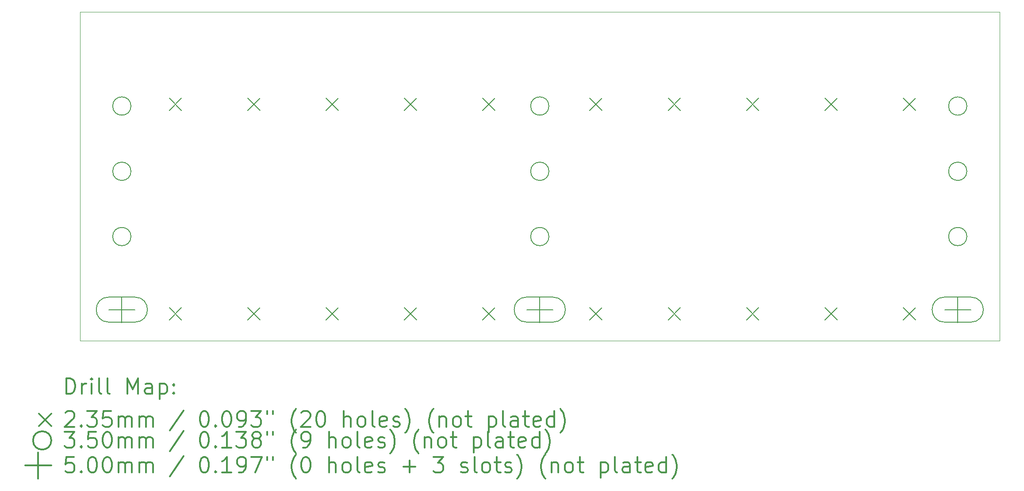
<source format=gbr>
%FSLAX45Y45*%
G04 Gerber Fmt 4.5, Leading zero omitted, Abs format (unit mm)*
G04 Created by KiCad (PCBNEW (5.1.9-16-g1737927814)-1) date 2021-07-03 16:47:47*
%MOMM*%
%LPD*%
G01*
G04 APERTURE LIST*
%TA.AperFunction,Profile*%
%ADD10C,0.100000*%
%TD*%
%ADD11C,0.200000*%
%ADD12C,0.300000*%
G04 APERTURE END LIST*
D10*
X3800000Y-4400000D02*
X3800000Y-10700000D01*
X21400000Y-4400000D02*
X3800000Y-4400000D01*
X21400000Y-10700000D02*
X21400000Y-4400000D01*
X3800000Y-10700000D02*
X21400000Y-10700000D01*
D11*
X5507500Y-6047500D02*
X5742500Y-6282500D01*
X5742500Y-6047500D02*
X5507500Y-6282500D01*
X5507500Y-10063500D02*
X5742500Y-10298500D01*
X5742500Y-10063500D02*
X5507500Y-10298500D01*
X7007500Y-6047500D02*
X7242500Y-6282500D01*
X7242500Y-6047500D02*
X7007500Y-6282500D01*
X7007500Y-10063500D02*
X7242500Y-10298500D01*
X7242500Y-10063500D02*
X7007500Y-10298500D01*
X8507500Y-6047500D02*
X8742500Y-6282500D01*
X8742500Y-6047500D02*
X8507500Y-6282500D01*
X8507500Y-10063500D02*
X8742500Y-10298500D01*
X8742500Y-10063500D02*
X8507500Y-10298500D01*
X10007500Y-6047500D02*
X10242500Y-6282500D01*
X10242500Y-6047500D02*
X10007500Y-6282500D01*
X10007500Y-10063500D02*
X10242500Y-10298500D01*
X10242500Y-10063500D02*
X10007500Y-10298500D01*
X11507500Y-6047500D02*
X11742500Y-6282500D01*
X11742500Y-6047500D02*
X11507500Y-6282500D01*
X11507500Y-10063500D02*
X11742500Y-10298500D01*
X11742500Y-10063500D02*
X11507500Y-10298500D01*
X13557500Y-6047500D02*
X13792500Y-6282500D01*
X13792500Y-6047500D02*
X13557500Y-6282500D01*
X13557500Y-10063500D02*
X13792500Y-10298500D01*
X13792500Y-10063500D02*
X13557500Y-10298500D01*
X15057500Y-6047500D02*
X15292500Y-6282500D01*
X15292500Y-6047500D02*
X15057500Y-6282500D01*
X15057500Y-10063500D02*
X15292500Y-10298500D01*
X15292500Y-10063500D02*
X15057500Y-10298500D01*
X16557500Y-6047500D02*
X16792500Y-6282500D01*
X16792500Y-6047500D02*
X16557500Y-6282500D01*
X16557500Y-10063500D02*
X16792500Y-10298500D01*
X16792500Y-10063500D02*
X16557500Y-10298500D01*
X18057500Y-6047500D02*
X18292500Y-6282500D01*
X18292500Y-6047500D02*
X18057500Y-6282500D01*
X18057500Y-10063500D02*
X18292500Y-10298500D01*
X18292500Y-10063500D02*
X18057500Y-10298500D01*
X19557500Y-6047500D02*
X19792500Y-6282500D01*
X19792500Y-6047500D02*
X19557500Y-6282500D01*
X19557500Y-10063500D02*
X19792500Y-10298500D01*
X19792500Y-10063500D02*
X19557500Y-10298500D01*
X4775000Y-6200000D02*
G75*
G03*
X4775000Y-6200000I-175000J0D01*
G01*
X4775000Y-7450000D02*
G75*
G03*
X4775000Y-7450000I-175000J0D01*
G01*
X4775000Y-8700000D02*
G75*
G03*
X4775000Y-8700000I-175000J0D01*
G01*
X12775000Y-6200000D02*
G75*
G03*
X12775000Y-6200000I-175000J0D01*
G01*
X12775000Y-7450000D02*
G75*
G03*
X12775000Y-7450000I-175000J0D01*
G01*
X12775000Y-8700000D02*
G75*
G03*
X12775000Y-8700000I-175000J0D01*
G01*
X20775000Y-6200000D02*
G75*
G03*
X20775000Y-6200000I-175000J0D01*
G01*
X20775000Y-7450000D02*
G75*
G03*
X20775000Y-7450000I-175000J0D01*
G01*
X20775000Y-8700000D02*
G75*
G03*
X20775000Y-8700000I-175000J0D01*
G01*
X4600000Y-9850000D02*
X4600000Y-10350000D01*
X4350000Y-10100000D02*
X4850000Y-10100000D01*
X4350000Y-10340000D02*
X4850000Y-10340000D01*
X4350000Y-9860000D02*
X4850000Y-9860000D01*
X4850000Y-10340000D02*
G75*
G03*
X4850000Y-9860000I0J240000D01*
G01*
X4350000Y-9860000D02*
G75*
G03*
X4350000Y-10340000I0J-240000D01*
G01*
X12600000Y-9850000D02*
X12600000Y-10350000D01*
X12350000Y-10100000D02*
X12850000Y-10100000D01*
X12350000Y-10340000D02*
X12850000Y-10340000D01*
X12350000Y-9860000D02*
X12850000Y-9860000D01*
X12850000Y-10340000D02*
G75*
G03*
X12850000Y-9860000I0J240000D01*
G01*
X12350000Y-9860000D02*
G75*
G03*
X12350000Y-10340000I0J-240000D01*
G01*
X20600000Y-9850000D02*
X20600000Y-10350000D01*
X20350000Y-10100000D02*
X20850000Y-10100000D01*
X20350000Y-10340000D02*
X20850000Y-10340000D01*
X20350000Y-9860000D02*
X20850000Y-9860000D01*
X20850000Y-10340000D02*
G75*
G03*
X20850000Y-9860000I0J240000D01*
G01*
X20350000Y-9860000D02*
G75*
G03*
X20350000Y-10340000I0J-240000D01*
G01*
D12*
X3536428Y-11715714D02*
X3536428Y-11415714D01*
X3607857Y-11415714D01*
X3650714Y-11430000D01*
X3679286Y-11458571D01*
X3693571Y-11487143D01*
X3707857Y-11544286D01*
X3707857Y-11587143D01*
X3693571Y-11644286D01*
X3679286Y-11672857D01*
X3650714Y-11701428D01*
X3607857Y-11715714D01*
X3536428Y-11715714D01*
X3836428Y-11715714D02*
X3836428Y-11515714D01*
X3836428Y-11572857D02*
X3850714Y-11544286D01*
X3865000Y-11530000D01*
X3893571Y-11515714D01*
X3922143Y-11515714D01*
X4022143Y-11715714D02*
X4022143Y-11515714D01*
X4022143Y-11415714D02*
X4007857Y-11430000D01*
X4022143Y-11444286D01*
X4036428Y-11430000D01*
X4022143Y-11415714D01*
X4022143Y-11444286D01*
X4207857Y-11715714D02*
X4179286Y-11701428D01*
X4165000Y-11672857D01*
X4165000Y-11415714D01*
X4365000Y-11715714D02*
X4336429Y-11701428D01*
X4322143Y-11672857D01*
X4322143Y-11415714D01*
X4707857Y-11715714D02*
X4707857Y-11415714D01*
X4807857Y-11630000D01*
X4907857Y-11415714D01*
X4907857Y-11715714D01*
X5179286Y-11715714D02*
X5179286Y-11558571D01*
X5165000Y-11530000D01*
X5136429Y-11515714D01*
X5079286Y-11515714D01*
X5050714Y-11530000D01*
X5179286Y-11701428D02*
X5150714Y-11715714D01*
X5079286Y-11715714D01*
X5050714Y-11701428D01*
X5036429Y-11672857D01*
X5036429Y-11644286D01*
X5050714Y-11615714D01*
X5079286Y-11601428D01*
X5150714Y-11601428D01*
X5179286Y-11587143D01*
X5322143Y-11515714D02*
X5322143Y-11815714D01*
X5322143Y-11530000D02*
X5350714Y-11515714D01*
X5407857Y-11515714D01*
X5436429Y-11530000D01*
X5450714Y-11544286D01*
X5465000Y-11572857D01*
X5465000Y-11658571D01*
X5450714Y-11687143D01*
X5436429Y-11701428D01*
X5407857Y-11715714D01*
X5350714Y-11715714D01*
X5322143Y-11701428D01*
X5593571Y-11687143D02*
X5607857Y-11701428D01*
X5593571Y-11715714D01*
X5579286Y-11701428D01*
X5593571Y-11687143D01*
X5593571Y-11715714D01*
X5593571Y-11530000D02*
X5607857Y-11544286D01*
X5593571Y-11558571D01*
X5579286Y-11544286D01*
X5593571Y-11530000D01*
X5593571Y-11558571D01*
X3015000Y-12092500D02*
X3250000Y-12327500D01*
X3250000Y-12092500D02*
X3015000Y-12327500D01*
X3522143Y-12074286D02*
X3536428Y-12060000D01*
X3565000Y-12045714D01*
X3636428Y-12045714D01*
X3665000Y-12060000D01*
X3679286Y-12074286D01*
X3693571Y-12102857D01*
X3693571Y-12131428D01*
X3679286Y-12174286D01*
X3507857Y-12345714D01*
X3693571Y-12345714D01*
X3822143Y-12317143D02*
X3836428Y-12331428D01*
X3822143Y-12345714D01*
X3807857Y-12331428D01*
X3822143Y-12317143D01*
X3822143Y-12345714D01*
X3936428Y-12045714D02*
X4122143Y-12045714D01*
X4022143Y-12160000D01*
X4065000Y-12160000D01*
X4093571Y-12174286D01*
X4107857Y-12188571D01*
X4122143Y-12217143D01*
X4122143Y-12288571D01*
X4107857Y-12317143D01*
X4093571Y-12331428D01*
X4065000Y-12345714D01*
X3979286Y-12345714D01*
X3950714Y-12331428D01*
X3936428Y-12317143D01*
X4393571Y-12045714D02*
X4250714Y-12045714D01*
X4236429Y-12188571D01*
X4250714Y-12174286D01*
X4279286Y-12160000D01*
X4350714Y-12160000D01*
X4379286Y-12174286D01*
X4393571Y-12188571D01*
X4407857Y-12217143D01*
X4407857Y-12288571D01*
X4393571Y-12317143D01*
X4379286Y-12331428D01*
X4350714Y-12345714D01*
X4279286Y-12345714D01*
X4250714Y-12331428D01*
X4236429Y-12317143D01*
X4536429Y-12345714D02*
X4536429Y-12145714D01*
X4536429Y-12174286D02*
X4550714Y-12160000D01*
X4579286Y-12145714D01*
X4622143Y-12145714D01*
X4650714Y-12160000D01*
X4665000Y-12188571D01*
X4665000Y-12345714D01*
X4665000Y-12188571D02*
X4679286Y-12160000D01*
X4707857Y-12145714D01*
X4750714Y-12145714D01*
X4779286Y-12160000D01*
X4793571Y-12188571D01*
X4793571Y-12345714D01*
X4936429Y-12345714D02*
X4936429Y-12145714D01*
X4936429Y-12174286D02*
X4950714Y-12160000D01*
X4979286Y-12145714D01*
X5022143Y-12145714D01*
X5050714Y-12160000D01*
X5065000Y-12188571D01*
X5065000Y-12345714D01*
X5065000Y-12188571D02*
X5079286Y-12160000D01*
X5107857Y-12145714D01*
X5150714Y-12145714D01*
X5179286Y-12160000D01*
X5193571Y-12188571D01*
X5193571Y-12345714D01*
X5779286Y-12031428D02*
X5522143Y-12417143D01*
X6165000Y-12045714D02*
X6193571Y-12045714D01*
X6222143Y-12060000D01*
X6236428Y-12074286D01*
X6250714Y-12102857D01*
X6265000Y-12160000D01*
X6265000Y-12231428D01*
X6250714Y-12288571D01*
X6236428Y-12317143D01*
X6222143Y-12331428D01*
X6193571Y-12345714D01*
X6165000Y-12345714D01*
X6136428Y-12331428D01*
X6122143Y-12317143D01*
X6107857Y-12288571D01*
X6093571Y-12231428D01*
X6093571Y-12160000D01*
X6107857Y-12102857D01*
X6122143Y-12074286D01*
X6136428Y-12060000D01*
X6165000Y-12045714D01*
X6393571Y-12317143D02*
X6407857Y-12331428D01*
X6393571Y-12345714D01*
X6379286Y-12331428D01*
X6393571Y-12317143D01*
X6393571Y-12345714D01*
X6593571Y-12045714D02*
X6622143Y-12045714D01*
X6650714Y-12060000D01*
X6665000Y-12074286D01*
X6679286Y-12102857D01*
X6693571Y-12160000D01*
X6693571Y-12231428D01*
X6679286Y-12288571D01*
X6665000Y-12317143D01*
X6650714Y-12331428D01*
X6622143Y-12345714D01*
X6593571Y-12345714D01*
X6565000Y-12331428D01*
X6550714Y-12317143D01*
X6536428Y-12288571D01*
X6522143Y-12231428D01*
X6522143Y-12160000D01*
X6536428Y-12102857D01*
X6550714Y-12074286D01*
X6565000Y-12060000D01*
X6593571Y-12045714D01*
X6836428Y-12345714D02*
X6893571Y-12345714D01*
X6922143Y-12331428D01*
X6936428Y-12317143D01*
X6965000Y-12274286D01*
X6979286Y-12217143D01*
X6979286Y-12102857D01*
X6965000Y-12074286D01*
X6950714Y-12060000D01*
X6922143Y-12045714D01*
X6865000Y-12045714D01*
X6836428Y-12060000D01*
X6822143Y-12074286D01*
X6807857Y-12102857D01*
X6807857Y-12174286D01*
X6822143Y-12202857D01*
X6836428Y-12217143D01*
X6865000Y-12231428D01*
X6922143Y-12231428D01*
X6950714Y-12217143D01*
X6965000Y-12202857D01*
X6979286Y-12174286D01*
X7079286Y-12045714D02*
X7265000Y-12045714D01*
X7165000Y-12160000D01*
X7207857Y-12160000D01*
X7236428Y-12174286D01*
X7250714Y-12188571D01*
X7265000Y-12217143D01*
X7265000Y-12288571D01*
X7250714Y-12317143D01*
X7236428Y-12331428D01*
X7207857Y-12345714D01*
X7122143Y-12345714D01*
X7093571Y-12331428D01*
X7079286Y-12317143D01*
X7379286Y-12045714D02*
X7379286Y-12102857D01*
X7493571Y-12045714D02*
X7493571Y-12102857D01*
X7936428Y-12460000D02*
X7922143Y-12445714D01*
X7893571Y-12402857D01*
X7879286Y-12374286D01*
X7865000Y-12331428D01*
X7850714Y-12260000D01*
X7850714Y-12202857D01*
X7865000Y-12131428D01*
X7879286Y-12088571D01*
X7893571Y-12060000D01*
X7922143Y-12017143D01*
X7936428Y-12002857D01*
X8036428Y-12074286D02*
X8050714Y-12060000D01*
X8079286Y-12045714D01*
X8150714Y-12045714D01*
X8179286Y-12060000D01*
X8193571Y-12074286D01*
X8207857Y-12102857D01*
X8207857Y-12131428D01*
X8193571Y-12174286D01*
X8022143Y-12345714D01*
X8207857Y-12345714D01*
X8393571Y-12045714D02*
X8422143Y-12045714D01*
X8450714Y-12060000D01*
X8465000Y-12074286D01*
X8479286Y-12102857D01*
X8493571Y-12160000D01*
X8493571Y-12231428D01*
X8479286Y-12288571D01*
X8465000Y-12317143D01*
X8450714Y-12331428D01*
X8422143Y-12345714D01*
X8393571Y-12345714D01*
X8365000Y-12331428D01*
X8350714Y-12317143D01*
X8336428Y-12288571D01*
X8322143Y-12231428D01*
X8322143Y-12160000D01*
X8336428Y-12102857D01*
X8350714Y-12074286D01*
X8365000Y-12060000D01*
X8393571Y-12045714D01*
X8850714Y-12345714D02*
X8850714Y-12045714D01*
X8979286Y-12345714D02*
X8979286Y-12188571D01*
X8965000Y-12160000D01*
X8936429Y-12145714D01*
X8893571Y-12145714D01*
X8865000Y-12160000D01*
X8850714Y-12174286D01*
X9165000Y-12345714D02*
X9136429Y-12331428D01*
X9122143Y-12317143D01*
X9107857Y-12288571D01*
X9107857Y-12202857D01*
X9122143Y-12174286D01*
X9136429Y-12160000D01*
X9165000Y-12145714D01*
X9207857Y-12145714D01*
X9236429Y-12160000D01*
X9250714Y-12174286D01*
X9265000Y-12202857D01*
X9265000Y-12288571D01*
X9250714Y-12317143D01*
X9236429Y-12331428D01*
X9207857Y-12345714D01*
X9165000Y-12345714D01*
X9436429Y-12345714D02*
X9407857Y-12331428D01*
X9393571Y-12302857D01*
X9393571Y-12045714D01*
X9665000Y-12331428D02*
X9636429Y-12345714D01*
X9579286Y-12345714D01*
X9550714Y-12331428D01*
X9536429Y-12302857D01*
X9536429Y-12188571D01*
X9550714Y-12160000D01*
X9579286Y-12145714D01*
X9636429Y-12145714D01*
X9665000Y-12160000D01*
X9679286Y-12188571D01*
X9679286Y-12217143D01*
X9536429Y-12245714D01*
X9793571Y-12331428D02*
X9822143Y-12345714D01*
X9879286Y-12345714D01*
X9907857Y-12331428D01*
X9922143Y-12302857D01*
X9922143Y-12288571D01*
X9907857Y-12260000D01*
X9879286Y-12245714D01*
X9836429Y-12245714D01*
X9807857Y-12231428D01*
X9793571Y-12202857D01*
X9793571Y-12188571D01*
X9807857Y-12160000D01*
X9836429Y-12145714D01*
X9879286Y-12145714D01*
X9907857Y-12160000D01*
X10022143Y-12460000D02*
X10036429Y-12445714D01*
X10065000Y-12402857D01*
X10079286Y-12374286D01*
X10093571Y-12331428D01*
X10107857Y-12260000D01*
X10107857Y-12202857D01*
X10093571Y-12131428D01*
X10079286Y-12088571D01*
X10065000Y-12060000D01*
X10036429Y-12017143D01*
X10022143Y-12002857D01*
X10565000Y-12460000D02*
X10550714Y-12445714D01*
X10522143Y-12402857D01*
X10507857Y-12374286D01*
X10493571Y-12331428D01*
X10479286Y-12260000D01*
X10479286Y-12202857D01*
X10493571Y-12131428D01*
X10507857Y-12088571D01*
X10522143Y-12060000D01*
X10550714Y-12017143D01*
X10565000Y-12002857D01*
X10679286Y-12145714D02*
X10679286Y-12345714D01*
X10679286Y-12174286D02*
X10693571Y-12160000D01*
X10722143Y-12145714D01*
X10765000Y-12145714D01*
X10793571Y-12160000D01*
X10807857Y-12188571D01*
X10807857Y-12345714D01*
X10993571Y-12345714D02*
X10965000Y-12331428D01*
X10950714Y-12317143D01*
X10936429Y-12288571D01*
X10936429Y-12202857D01*
X10950714Y-12174286D01*
X10965000Y-12160000D01*
X10993571Y-12145714D01*
X11036429Y-12145714D01*
X11065000Y-12160000D01*
X11079286Y-12174286D01*
X11093571Y-12202857D01*
X11093571Y-12288571D01*
X11079286Y-12317143D01*
X11065000Y-12331428D01*
X11036429Y-12345714D01*
X10993571Y-12345714D01*
X11179286Y-12145714D02*
X11293571Y-12145714D01*
X11222143Y-12045714D02*
X11222143Y-12302857D01*
X11236428Y-12331428D01*
X11265000Y-12345714D01*
X11293571Y-12345714D01*
X11622143Y-12145714D02*
X11622143Y-12445714D01*
X11622143Y-12160000D02*
X11650714Y-12145714D01*
X11707857Y-12145714D01*
X11736428Y-12160000D01*
X11750714Y-12174286D01*
X11765000Y-12202857D01*
X11765000Y-12288571D01*
X11750714Y-12317143D01*
X11736428Y-12331428D01*
X11707857Y-12345714D01*
X11650714Y-12345714D01*
X11622143Y-12331428D01*
X11936428Y-12345714D02*
X11907857Y-12331428D01*
X11893571Y-12302857D01*
X11893571Y-12045714D01*
X12179286Y-12345714D02*
X12179286Y-12188571D01*
X12165000Y-12160000D01*
X12136428Y-12145714D01*
X12079286Y-12145714D01*
X12050714Y-12160000D01*
X12179286Y-12331428D02*
X12150714Y-12345714D01*
X12079286Y-12345714D01*
X12050714Y-12331428D01*
X12036428Y-12302857D01*
X12036428Y-12274286D01*
X12050714Y-12245714D01*
X12079286Y-12231428D01*
X12150714Y-12231428D01*
X12179286Y-12217143D01*
X12279286Y-12145714D02*
X12393571Y-12145714D01*
X12322143Y-12045714D02*
X12322143Y-12302857D01*
X12336428Y-12331428D01*
X12365000Y-12345714D01*
X12393571Y-12345714D01*
X12607857Y-12331428D02*
X12579286Y-12345714D01*
X12522143Y-12345714D01*
X12493571Y-12331428D01*
X12479286Y-12302857D01*
X12479286Y-12188571D01*
X12493571Y-12160000D01*
X12522143Y-12145714D01*
X12579286Y-12145714D01*
X12607857Y-12160000D01*
X12622143Y-12188571D01*
X12622143Y-12217143D01*
X12479286Y-12245714D01*
X12879286Y-12345714D02*
X12879286Y-12045714D01*
X12879286Y-12331428D02*
X12850714Y-12345714D01*
X12793571Y-12345714D01*
X12765000Y-12331428D01*
X12750714Y-12317143D01*
X12736428Y-12288571D01*
X12736428Y-12202857D01*
X12750714Y-12174286D01*
X12765000Y-12160000D01*
X12793571Y-12145714D01*
X12850714Y-12145714D01*
X12879286Y-12160000D01*
X12993571Y-12460000D02*
X13007857Y-12445714D01*
X13036428Y-12402857D01*
X13050714Y-12374286D01*
X13065000Y-12331428D01*
X13079286Y-12260000D01*
X13079286Y-12202857D01*
X13065000Y-12131428D01*
X13050714Y-12088571D01*
X13036428Y-12060000D01*
X13007857Y-12017143D01*
X12993571Y-12002857D01*
X3250000Y-12606000D02*
G75*
G03*
X3250000Y-12606000I-175000J0D01*
G01*
X3507857Y-12441714D02*
X3693571Y-12441714D01*
X3593571Y-12556000D01*
X3636428Y-12556000D01*
X3665000Y-12570286D01*
X3679286Y-12584571D01*
X3693571Y-12613143D01*
X3693571Y-12684571D01*
X3679286Y-12713143D01*
X3665000Y-12727428D01*
X3636428Y-12741714D01*
X3550714Y-12741714D01*
X3522143Y-12727428D01*
X3507857Y-12713143D01*
X3822143Y-12713143D02*
X3836428Y-12727428D01*
X3822143Y-12741714D01*
X3807857Y-12727428D01*
X3822143Y-12713143D01*
X3822143Y-12741714D01*
X4107857Y-12441714D02*
X3965000Y-12441714D01*
X3950714Y-12584571D01*
X3965000Y-12570286D01*
X3993571Y-12556000D01*
X4065000Y-12556000D01*
X4093571Y-12570286D01*
X4107857Y-12584571D01*
X4122143Y-12613143D01*
X4122143Y-12684571D01*
X4107857Y-12713143D01*
X4093571Y-12727428D01*
X4065000Y-12741714D01*
X3993571Y-12741714D01*
X3965000Y-12727428D01*
X3950714Y-12713143D01*
X4307857Y-12441714D02*
X4336429Y-12441714D01*
X4365000Y-12456000D01*
X4379286Y-12470286D01*
X4393571Y-12498857D01*
X4407857Y-12556000D01*
X4407857Y-12627428D01*
X4393571Y-12684571D01*
X4379286Y-12713143D01*
X4365000Y-12727428D01*
X4336429Y-12741714D01*
X4307857Y-12741714D01*
X4279286Y-12727428D01*
X4265000Y-12713143D01*
X4250714Y-12684571D01*
X4236429Y-12627428D01*
X4236429Y-12556000D01*
X4250714Y-12498857D01*
X4265000Y-12470286D01*
X4279286Y-12456000D01*
X4307857Y-12441714D01*
X4536429Y-12741714D02*
X4536429Y-12541714D01*
X4536429Y-12570286D02*
X4550714Y-12556000D01*
X4579286Y-12541714D01*
X4622143Y-12541714D01*
X4650714Y-12556000D01*
X4665000Y-12584571D01*
X4665000Y-12741714D01*
X4665000Y-12584571D02*
X4679286Y-12556000D01*
X4707857Y-12541714D01*
X4750714Y-12541714D01*
X4779286Y-12556000D01*
X4793571Y-12584571D01*
X4793571Y-12741714D01*
X4936429Y-12741714D02*
X4936429Y-12541714D01*
X4936429Y-12570286D02*
X4950714Y-12556000D01*
X4979286Y-12541714D01*
X5022143Y-12541714D01*
X5050714Y-12556000D01*
X5065000Y-12584571D01*
X5065000Y-12741714D01*
X5065000Y-12584571D02*
X5079286Y-12556000D01*
X5107857Y-12541714D01*
X5150714Y-12541714D01*
X5179286Y-12556000D01*
X5193571Y-12584571D01*
X5193571Y-12741714D01*
X5779286Y-12427428D02*
X5522143Y-12813143D01*
X6165000Y-12441714D02*
X6193571Y-12441714D01*
X6222143Y-12456000D01*
X6236428Y-12470286D01*
X6250714Y-12498857D01*
X6265000Y-12556000D01*
X6265000Y-12627428D01*
X6250714Y-12684571D01*
X6236428Y-12713143D01*
X6222143Y-12727428D01*
X6193571Y-12741714D01*
X6165000Y-12741714D01*
X6136428Y-12727428D01*
X6122143Y-12713143D01*
X6107857Y-12684571D01*
X6093571Y-12627428D01*
X6093571Y-12556000D01*
X6107857Y-12498857D01*
X6122143Y-12470286D01*
X6136428Y-12456000D01*
X6165000Y-12441714D01*
X6393571Y-12713143D02*
X6407857Y-12727428D01*
X6393571Y-12741714D01*
X6379286Y-12727428D01*
X6393571Y-12713143D01*
X6393571Y-12741714D01*
X6693571Y-12741714D02*
X6522143Y-12741714D01*
X6607857Y-12741714D02*
X6607857Y-12441714D01*
X6579286Y-12484571D01*
X6550714Y-12513143D01*
X6522143Y-12527428D01*
X6793571Y-12441714D02*
X6979286Y-12441714D01*
X6879286Y-12556000D01*
X6922143Y-12556000D01*
X6950714Y-12570286D01*
X6965000Y-12584571D01*
X6979286Y-12613143D01*
X6979286Y-12684571D01*
X6965000Y-12713143D01*
X6950714Y-12727428D01*
X6922143Y-12741714D01*
X6836428Y-12741714D01*
X6807857Y-12727428D01*
X6793571Y-12713143D01*
X7150714Y-12570286D02*
X7122143Y-12556000D01*
X7107857Y-12541714D01*
X7093571Y-12513143D01*
X7093571Y-12498857D01*
X7107857Y-12470286D01*
X7122143Y-12456000D01*
X7150714Y-12441714D01*
X7207857Y-12441714D01*
X7236428Y-12456000D01*
X7250714Y-12470286D01*
X7265000Y-12498857D01*
X7265000Y-12513143D01*
X7250714Y-12541714D01*
X7236428Y-12556000D01*
X7207857Y-12570286D01*
X7150714Y-12570286D01*
X7122143Y-12584571D01*
X7107857Y-12598857D01*
X7093571Y-12627428D01*
X7093571Y-12684571D01*
X7107857Y-12713143D01*
X7122143Y-12727428D01*
X7150714Y-12741714D01*
X7207857Y-12741714D01*
X7236428Y-12727428D01*
X7250714Y-12713143D01*
X7265000Y-12684571D01*
X7265000Y-12627428D01*
X7250714Y-12598857D01*
X7236428Y-12584571D01*
X7207857Y-12570286D01*
X7379286Y-12441714D02*
X7379286Y-12498857D01*
X7493571Y-12441714D02*
X7493571Y-12498857D01*
X7936428Y-12856000D02*
X7922143Y-12841714D01*
X7893571Y-12798857D01*
X7879286Y-12770286D01*
X7865000Y-12727428D01*
X7850714Y-12656000D01*
X7850714Y-12598857D01*
X7865000Y-12527428D01*
X7879286Y-12484571D01*
X7893571Y-12456000D01*
X7922143Y-12413143D01*
X7936428Y-12398857D01*
X8065000Y-12741714D02*
X8122143Y-12741714D01*
X8150714Y-12727428D01*
X8165000Y-12713143D01*
X8193571Y-12670286D01*
X8207857Y-12613143D01*
X8207857Y-12498857D01*
X8193571Y-12470286D01*
X8179286Y-12456000D01*
X8150714Y-12441714D01*
X8093571Y-12441714D01*
X8065000Y-12456000D01*
X8050714Y-12470286D01*
X8036428Y-12498857D01*
X8036428Y-12570286D01*
X8050714Y-12598857D01*
X8065000Y-12613143D01*
X8093571Y-12627428D01*
X8150714Y-12627428D01*
X8179286Y-12613143D01*
X8193571Y-12598857D01*
X8207857Y-12570286D01*
X8565000Y-12741714D02*
X8565000Y-12441714D01*
X8693571Y-12741714D02*
X8693571Y-12584571D01*
X8679286Y-12556000D01*
X8650714Y-12541714D01*
X8607857Y-12541714D01*
X8579286Y-12556000D01*
X8565000Y-12570286D01*
X8879286Y-12741714D02*
X8850714Y-12727428D01*
X8836429Y-12713143D01*
X8822143Y-12684571D01*
X8822143Y-12598857D01*
X8836429Y-12570286D01*
X8850714Y-12556000D01*
X8879286Y-12541714D01*
X8922143Y-12541714D01*
X8950714Y-12556000D01*
X8965000Y-12570286D01*
X8979286Y-12598857D01*
X8979286Y-12684571D01*
X8965000Y-12713143D01*
X8950714Y-12727428D01*
X8922143Y-12741714D01*
X8879286Y-12741714D01*
X9150714Y-12741714D02*
X9122143Y-12727428D01*
X9107857Y-12698857D01*
X9107857Y-12441714D01*
X9379286Y-12727428D02*
X9350714Y-12741714D01*
X9293571Y-12741714D01*
X9265000Y-12727428D01*
X9250714Y-12698857D01*
X9250714Y-12584571D01*
X9265000Y-12556000D01*
X9293571Y-12541714D01*
X9350714Y-12541714D01*
X9379286Y-12556000D01*
X9393571Y-12584571D01*
X9393571Y-12613143D01*
X9250714Y-12641714D01*
X9507857Y-12727428D02*
X9536429Y-12741714D01*
X9593571Y-12741714D01*
X9622143Y-12727428D01*
X9636429Y-12698857D01*
X9636429Y-12684571D01*
X9622143Y-12656000D01*
X9593571Y-12641714D01*
X9550714Y-12641714D01*
X9522143Y-12627428D01*
X9507857Y-12598857D01*
X9507857Y-12584571D01*
X9522143Y-12556000D01*
X9550714Y-12541714D01*
X9593571Y-12541714D01*
X9622143Y-12556000D01*
X9736429Y-12856000D02*
X9750714Y-12841714D01*
X9779286Y-12798857D01*
X9793571Y-12770286D01*
X9807857Y-12727428D01*
X9822143Y-12656000D01*
X9822143Y-12598857D01*
X9807857Y-12527428D01*
X9793571Y-12484571D01*
X9779286Y-12456000D01*
X9750714Y-12413143D01*
X9736429Y-12398857D01*
X10279286Y-12856000D02*
X10265000Y-12841714D01*
X10236429Y-12798857D01*
X10222143Y-12770286D01*
X10207857Y-12727428D01*
X10193571Y-12656000D01*
X10193571Y-12598857D01*
X10207857Y-12527428D01*
X10222143Y-12484571D01*
X10236429Y-12456000D01*
X10265000Y-12413143D01*
X10279286Y-12398857D01*
X10393571Y-12541714D02*
X10393571Y-12741714D01*
X10393571Y-12570286D02*
X10407857Y-12556000D01*
X10436429Y-12541714D01*
X10479286Y-12541714D01*
X10507857Y-12556000D01*
X10522143Y-12584571D01*
X10522143Y-12741714D01*
X10707857Y-12741714D02*
X10679286Y-12727428D01*
X10665000Y-12713143D01*
X10650714Y-12684571D01*
X10650714Y-12598857D01*
X10665000Y-12570286D01*
X10679286Y-12556000D01*
X10707857Y-12541714D01*
X10750714Y-12541714D01*
X10779286Y-12556000D01*
X10793571Y-12570286D01*
X10807857Y-12598857D01*
X10807857Y-12684571D01*
X10793571Y-12713143D01*
X10779286Y-12727428D01*
X10750714Y-12741714D01*
X10707857Y-12741714D01*
X10893571Y-12541714D02*
X11007857Y-12541714D01*
X10936429Y-12441714D02*
X10936429Y-12698857D01*
X10950714Y-12727428D01*
X10979286Y-12741714D01*
X11007857Y-12741714D01*
X11336428Y-12541714D02*
X11336428Y-12841714D01*
X11336428Y-12556000D02*
X11365000Y-12541714D01*
X11422143Y-12541714D01*
X11450714Y-12556000D01*
X11465000Y-12570286D01*
X11479286Y-12598857D01*
X11479286Y-12684571D01*
X11465000Y-12713143D01*
X11450714Y-12727428D01*
X11422143Y-12741714D01*
X11365000Y-12741714D01*
X11336428Y-12727428D01*
X11650714Y-12741714D02*
X11622143Y-12727428D01*
X11607857Y-12698857D01*
X11607857Y-12441714D01*
X11893571Y-12741714D02*
X11893571Y-12584571D01*
X11879286Y-12556000D01*
X11850714Y-12541714D01*
X11793571Y-12541714D01*
X11765000Y-12556000D01*
X11893571Y-12727428D02*
X11865000Y-12741714D01*
X11793571Y-12741714D01*
X11765000Y-12727428D01*
X11750714Y-12698857D01*
X11750714Y-12670286D01*
X11765000Y-12641714D01*
X11793571Y-12627428D01*
X11865000Y-12627428D01*
X11893571Y-12613143D01*
X11993571Y-12541714D02*
X12107857Y-12541714D01*
X12036428Y-12441714D02*
X12036428Y-12698857D01*
X12050714Y-12727428D01*
X12079286Y-12741714D01*
X12107857Y-12741714D01*
X12322143Y-12727428D02*
X12293571Y-12741714D01*
X12236428Y-12741714D01*
X12207857Y-12727428D01*
X12193571Y-12698857D01*
X12193571Y-12584571D01*
X12207857Y-12556000D01*
X12236428Y-12541714D01*
X12293571Y-12541714D01*
X12322143Y-12556000D01*
X12336428Y-12584571D01*
X12336428Y-12613143D01*
X12193571Y-12641714D01*
X12593571Y-12741714D02*
X12593571Y-12441714D01*
X12593571Y-12727428D02*
X12565000Y-12741714D01*
X12507857Y-12741714D01*
X12479286Y-12727428D01*
X12465000Y-12713143D01*
X12450714Y-12684571D01*
X12450714Y-12598857D01*
X12465000Y-12570286D01*
X12479286Y-12556000D01*
X12507857Y-12541714D01*
X12565000Y-12541714D01*
X12593571Y-12556000D01*
X12707857Y-12856000D02*
X12722143Y-12841714D01*
X12750714Y-12798857D01*
X12765000Y-12770286D01*
X12779286Y-12727428D01*
X12793571Y-12656000D01*
X12793571Y-12598857D01*
X12779286Y-12527428D01*
X12765000Y-12484571D01*
X12750714Y-12456000D01*
X12722143Y-12413143D01*
X12707857Y-12398857D01*
X3000000Y-12836000D02*
X3000000Y-13336000D01*
X2750000Y-13086000D02*
X3250000Y-13086000D01*
X3679286Y-12921714D02*
X3536428Y-12921714D01*
X3522143Y-13064571D01*
X3536428Y-13050286D01*
X3565000Y-13036000D01*
X3636428Y-13036000D01*
X3665000Y-13050286D01*
X3679286Y-13064571D01*
X3693571Y-13093143D01*
X3693571Y-13164571D01*
X3679286Y-13193143D01*
X3665000Y-13207428D01*
X3636428Y-13221714D01*
X3565000Y-13221714D01*
X3536428Y-13207428D01*
X3522143Y-13193143D01*
X3822143Y-13193143D02*
X3836428Y-13207428D01*
X3822143Y-13221714D01*
X3807857Y-13207428D01*
X3822143Y-13193143D01*
X3822143Y-13221714D01*
X4022143Y-12921714D02*
X4050714Y-12921714D01*
X4079286Y-12936000D01*
X4093571Y-12950286D01*
X4107857Y-12978857D01*
X4122143Y-13036000D01*
X4122143Y-13107428D01*
X4107857Y-13164571D01*
X4093571Y-13193143D01*
X4079286Y-13207428D01*
X4050714Y-13221714D01*
X4022143Y-13221714D01*
X3993571Y-13207428D01*
X3979286Y-13193143D01*
X3965000Y-13164571D01*
X3950714Y-13107428D01*
X3950714Y-13036000D01*
X3965000Y-12978857D01*
X3979286Y-12950286D01*
X3993571Y-12936000D01*
X4022143Y-12921714D01*
X4307857Y-12921714D02*
X4336429Y-12921714D01*
X4365000Y-12936000D01*
X4379286Y-12950286D01*
X4393571Y-12978857D01*
X4407857Y-13036000D01*
X4407857Y-13107428D01*
X4393571Y-13164571D01*
X4379286Y-13193143D01*
X4365000Y-13207428D01*
X4336429Y-13221714D01*
X4307857Y-13221714D01*
X4279286Y-13207428D01*
X4265000Y-13193143D01*
X4250714Y-13164571D01*
X4236429Y-13107428D01*
X4236429Y-13036000D01*
X4250714Y-12978857D01*
X4265000Y-12950286D01*
X4279286Y-12936000D01*
X4307857Y-12921714D01*
X4536429Y-13221714D02*
X4536429Y-13021714D01*
X4536429Y-13050286D02*
X4550714Y-13036000D01*
X4579286Y-13021714D01*
X4622143Y-13021714D01*
X4650714Y-13036000D01*
X4665000Y-13064571D01*
X4665000Y-13221714D01*
X4665000Y-13064571D02*
X4679286Y-13036000D01*
X4707857Y-13021714D01*
X4750714Y-13021714D01*
X4779286Y-13036000D01*
X4793571Y-13064571D01*
X4793571Y-13221714D01*
X4936429Y-13221714D02*
X4936429Y-13021714D01*
X4936429Y-13050286D02*
X4950714Y-13036000D01*
X4979286Y-13021714D01*
X5022143Y-13021714D01*
X5050714Y-13036000D01*
X5065000Y-13064571D01*
X5065000Y-13221714D01*
X5065000Y-13064571D02*
X5079286Y-13036000D01*
X5107857Y-13021714D01*
X5150714Y-13021714D01*
X5179286Y-13036000D01*
X5193571Y-13064571D01*
X5193571Y-13221714D01*
X5779286Y-12907428D02*
X5522143Y-13293143D01*
X6165000Y-12921714D02*
X6193571Y-12921714D01*
X6222143Y-12936000D01*
X6236428Y-12950286D01*
X6250714Y-12978857D01*
X6265000Y-13036000D01*
X6265000Y-13107428D01*
X6250714Y-13164571D01*
X6236428Y-13193143D01*
X6222143Y-13207428D01*
X6193571Y-13221714D01*
X6165000Y-13221714D01*
X6136428Y-13207428D01*
X6122143Y-13193143D01*
X6107857Y-13164571D01*
X6093571Y-13107428D01*
X6093571Y-13036000D01*
X6107857Y-12978857D01*
X6122143Y-12950286D01*
X6136428Y-12936000D01*
X6165000Y-12921714D01*
X6393571Y-13193143D02*
X6407857Y-13207428D01*
X6393571Y-13221714D01*
X6379286Y-13207428D01*
X6393571Y-13193143D01*
X6393571Y-13221714D01*
X6693571Y-13221714D02*
X6522143Y-13221714D01*
X6607857Y-13221714D02*
X6607857Y-12921714D01*
X6579286Y-12964571D01*
X6550714Y-12993143D01*
X6522143Y-13007428D01*
X6836428Y-13221714D02*
X6893571Y-13221714D01*
X6922143Y-13207428D01*
X6936428Y-13193143D01*
X6965000Y-13150286D01*
X6979286Y-13093143D01*
X6979286Y-12978857D01*
X6965000Y-12950286D01*
X6950714Y-12936000D01*
X6922143Y-12921714D01*
X6865000Y-12921714D01*
X6836428Y-12936000D01*
X6822143Y-12950286D01*
X6807857Y-12978857D01*
X6807857Y-13050286D01*
X6822143Y-13078857D01*
X6836428Y-13093143D01*
X6865000Y-13107428D01*
X6922143Y-13107428D01*
X6950714Y-13093143D01*
X6965000Y-13078857D01*
X6979286Y-13050286D01*
X7079286Y-12921714D02*
X7279286Y-12921714D01*
X7150714Y-13221714D01*
X7379286Y-12921714D02*
X7379286Y-12978857D01*
X7493571Y-12921714D02*
X7493571Y-12978857D01*
X7936428Y-13336000D02*
X7922143Y-13321714D01*
X7893571Y-13278857D01*
X7879286Y-13250286D01*
X7865000Y-13207428D01*
X7850714Y-13136000D01*
X7850714Y-13078857D01*
X7865000Y-13007428D01*
X7879286Y-12964571D01*
X7893571Y-12936000D01*
X7922143Y-12893143D01*
X7936428Y-12878857D01*
X8107857Y-12921714D02*
X8136428Y-12921714D01*
X8165000Y-12936000D01*
X8179286Y-12950286D01*
X8193571Y-12978857D01*
X8207857Y-13036000D01*
X8207857Y-13107428D01*
X8193571Y-13164571D01*
X8179286Y-13193143D01*
X8165000Y-13207428D01*
X8136428Y-13221714D01*
X8107857Y-13221714D01*
X8079286Y-13207428D01*
X8065000Y-13193143D01*
X8050714Y-13164571D01*
X8036428Y-13107428D01*
X8036428Y-13036000D01*
X8050714Y-12978857D01*
X8065000Y-12950286D01*
X8079286Y-12936000D01*
X8107857Y-12921714D01*
X8565000Y-13221714D02*
X8565000Y-12921714D01*
X8693571Y-13221714D02*
X8693571Y-13064571D01*
X8679286Y-13036000D01*
X8650714Y-13021714D01*
X8607857Y-13021714D01*
X8579286Y-13036000D01*
X8565000Y-13050286D01*
X8879286Y-13221714D02*
X8850714Y-13207428D01*
X8836429Y-13193143D01*
X8822143Y-13164571D01*
X8822143Y-13078857D01*
X8836429Y-13050286D01*
X8850714Y-13036000D01*
X8879286Y-13021714D01*
X8922143Y-13021714D01*
X8950714Y-13036000D01*
X8965000Y-13050286D01*
X8979286Y-13078857D01*
X8979286Y-13164571D01*
X8965000Y-13193143D01*
X8950714Y-13207428D01*
X8922143Y-13221714D01*
X8879286Y-13221714D01*
X9150714Y-13221714D02*
X9122143Y-13207428D01*
X9107857Y-13178857D01*
X9107857Y-12921714D01*
X9379286Y-13207428D02*
X9350714Y-13221714D01*
X9293571Y-13221714D01*
X9265000Y-13207428D01*
X9250714Y-13178857D01*
X9250714Y-13064571D01*
X9265000Y-13036000D01*
X9293571Y-13021714D01*
X9350714Y-13021714D01*
X9379286Y-13036000D01*
X9393571Y-13064571D01*
X9393571Y-13093143D01*
X9250714Y-13121714D01*
X9507857Y-13207428D02*
X9536429Y-13221714D01*
X9593571Y-13221714D01*
X9622143Y-13207428D01*
X9636429Y-13178857D01*
X9636429Y-13164571D01*
X9622143Y-13136000D01*
X9593571Y-13121714D01*
X9550714Y-13121714D01*
X9522143Y-13107428D01*
X9507857Y-13078857D01*
X9507857Y-13064571D01*
X9522143Y-13036000D01*
X9550714Y-13021714D01*
X9593571Y-13021714D01*
X9622143Y-13036000D01*
X9993571Y-13107428D02*
X10222143Y-13107428D01*
X10107857Y-13221714D02*
X10107857Y-12993143D01*
X10565000Y-12921714D02*
X10750714Y-12921714D01*
X10650714Y-13036000D01*
X10693571Y-13036000D01*
X10722143Y-13050286D01*
X10736429Y-13064571D01*
X10750714Y-13093143D01*
X10750714Y-13164571D01*
X10736429Y-13193143D01*
X10722143Y-13207428D01*
X10693571Y-13221714D01*
X10607857Y-13221714D01*
X10579286Y-13207428D01*
X10565000Y-13193143D01*
X11093571Y-13207428D02*
X11122143Y-13221714D01*
X11179286Y-13221714D01*
X11207857Y-13207428D01*
X11222143Y-13178857D01*
X11222143Y-13164571D01*
X11207857Y-13136000D01*
X11179286Y-13121714D01*
X11136429Y-13121714D01*
X11107857Y-13107428D01*
X11093571Y-13078857D01*
X11093571Y-13064571D01*
X11107857Y-13036000D01*
X11136429Y-13021714D01*
X11179286Y-13021714D01*
X11207857Y-13036000D01*
X11393571Y-13221714D02*
X11365000Y-13207428D01*
X11350714Y-13178857D01*
X11350714Y-12921714D01*
X11550714Y-13221714D02*
X11522143Y-13207428D01*
X11507857Y-13193143D01*
X11493571Y-13164571D01*
X11493571Y-13078857D01*
X11507857Y-13050286D01*
X11522143Y-13036000D01*
X11550714Y-13021714D01*
X11593571Y-13021714D01*
X11622143Y-13036000D01*
X11636428Y-13050286D01*
X11650714Y-13078857D01*
X11650714Y-13164571D01*
X11636428Y-13193143D01*
X11622143Y-13207428D01*
X11593571Y-13221714D01*
X11550714Y-13221714D01*
X11736428Y-13021714D02*
X11850714Y-13021714D01*
X11779286Y-12921714D02*
X11779286Y-13178857D01*
X11793571Y-13207428D01*
X11822143Y-13221714D01*
X11850714Y-13221714D01*
X11936428Y-13207428D02*
X11965000Y-13221714D01*
X12022143Y-13221714D01*
X12050714Y-13207428D01*
X12065000Y-13178857D01*
X12065000Y-13164571D01*
X12050714Y-13136000D01*
X12022143Y-13121714D01*
X11979286Y-13121714D01*
X11950714Y-13107428D01*
X11936428Y-13078857D01*
X11936428Y-13064571D01*
X11950714Y-13036000D01*
X11979286Y-13021714D01*
X12022143Y-13021714D01*
X12050714Y-13036000D01*
X12165000Y-13336000D02*
X12179286Y-13321714D01*
X12207857Y-13278857D01*
X12222143Y-13250286D01*
X12236428Y-13207428D01*
X12250714Y-13136000D01*
X12250714Y-13078857D01*
X12236428Y-13007428D01*
X12222143Y-12964571D01*
X12207857Y-12936000D01*
X12179286Y-12893143D01*
X12165000Y-12878857D01*
X12707857Y-13336000D02*
X12693571Y-13321714D01*
X12665000Y-13278857D01*
X12650714Y-13250286D01*
X12636428Y-13207428D01*
X12622143Y-13136000D01*
X12622143Y-13078857D01*
X12636428Y-13007428D01*
X12650714Y-12964571D01*
X12665000Y-12936000D01*
X12693571Y-12893143D01*
X12707857Y-12878857D01*
X12822143Y-13021714D02*
X12822143Y-13221714D01*
X12822143Y-13050286D02*
X12836428Y-13036000D01*
X12865000Y-13021714D01*
X12907857Y-13021714D01*
X12936428Y-13036000D01*
X12950714Y-13064571D01*
X12950714Y-13221714D01*
X13136428Y-13221714D02*
X13107857Y-13207428D01*
X13093571Y-13193143D01*
X13079286Y-13164571D01*
X13079286Y-13078857D01*
X13093571Y-13050286D01*
X13107857Y-13036000D01*
X13136428Y-13021714D01*
X13179286Y-13021714D01*
X13207857Y-13036000D01*
X13222143Y-13050286D01*
X13236428Y-13078857D01*
X13236428Y-13164571D01*
X13222143Y-13193143D01*
X13207857Y-13207428D01*
X13179286Y-13221714D01*
X13136428Y-13221714D01*
X13322143Y-13021714D02*
X13436428Y-13021714D01*
X13365000Y-12921714D02*
X13365000Y-13178857D01*
X13379286Y-13207428D01*
X13407857Y-13221714D01*
X13436428Y-13221714D01*
X13765000Y-13021714D02*
X13765000Y-13321714D01*
X13765000Y-13036000D02*
X13793571Y-13021714D01*
X13850714Y-13021714D01*
X13879286Y-13036000D01*
X13893571Y-13050286D01*
X13907857Y-13078857D01*
X13907857Y-13164571D01*
X13893571Y-13193143D01*
X13879286Y-13207428D01*
X13850714Y-13221714D01*
X13793571Y-13221714D01*
X13765000Y-13207428D01*
X14079286Y-13221714D02*
X14050714Y-13207428D01*
X14036428Y-13178857D01*
X14036428Y-12921714D01*
X14322143Y-13221714D02*
X14322143Y-13064571D01*
X14307857Y-13036000D01*
X14279286Y-13021714D01*
X14222143Y-13021714D01*
X14193571Y-13036000D01*
X14322143Y-13207428D02*
X14293571Y-13221714D01*
X14222143Y-13221714D01*
X14193571Y-13207428D01*
X14179286Y-13178857D01*
X14179286Y-13150286D01*
X14193571Y-13121714D01*
X14222143Y-13107428D01*
X14293571Y-13107428D01*
X14322143Y-13093143D01*
X14422143Y-13021714D02*
X14536428Y-13021714D01*
X14465000Y-12921714D02*
X14465000Y-13178857D01*
X14479286Y-13207428D01*
X14507857Y-13221714D01*
X14536428Y-13221714D01*
X14750714Y-13207428D02*
X14722143Y-13221714D01*
X14665000Y-13221714D01*
X14636428Y-13207428D01*
X14622143Y-13178857D01*
X14622143Y-13064571D01*
X14636428Y-13036000D01*
X14665000Y-13021714D01*
X14722143Y-13021714D01*
X14750714Y-13036000D01*
X14765000Y-13064571D01*
X14765000Y-13093143D01*
X14622143Y-13121714D01*
X15022143Y-13221714D02*
X15022143Y-12921714D01*
X15022143Y-13207428D02*
X14993571Y-13221714D01*
X14936428Y-13221714D01*
X14907857Y-13207428D01*
X14893571Y-13193143D01*
X14879286Y-13164571D01*
X14879286Y-13078857D01*
X14893571Y-13050286D01*
X14907857Y-13036000D01*
X14936428Y-13021714D01*
X14993571Y-13021714D01*
X15022143Y-13036000D01*
X15136428Y-13336000D02*
X15150714Y-13321714D01*
X15179286Y-13278857D01*
X15193571Y-13250286D01*
X15207857Y-13207428D01*
X15222143Y-13136000D01*
X15222143Y-13078857D01*
X15207857Y-13007428D01*
X15193571Y-12964571D01*
X15179286Y-12936000D01*
X15150714Y-12893143D01*
X15136428Y-12878857D01*
M02*

</source>
